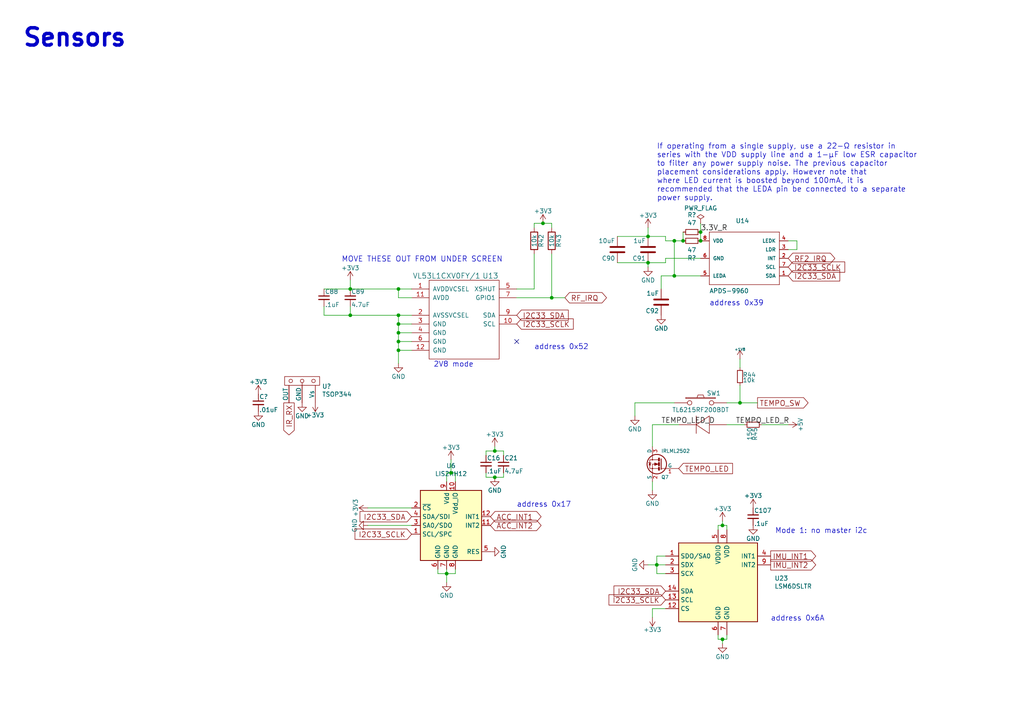
<source format=kicad_sch>
(kicad_sch (version 20230121) (generator eeschema)
  (paper "A4")
  (lib_symbols
    (symbol "DFTBoard-rescue:APDS-9960" (pin_names (offset 1.016))
      (property "Reference" "U" (at -2.54 10.16 0))
      (property "Value" "APDS-9960" (at -10.16 -10.16 0))
      (symbol "APDS-9960_1_0"
        (polyline (pts (xy -10.16 -7.62) (xy -10.16 7.62)))
        (polyline (pts (xy -10.16 7.62) (xy 10.16 7.62)))
        (polyline (pts (xy 10.16 -7.62) (xy -10.16 -7.62)))
        (polyline (pts (xy 10.16 7.62) (xy 10.16 -7.62)))
      )
      (symbol "APDS-9960_1_1"
        (pin bidirectional line (at 12.7 -5.08 180) (length 2.54) (name "SDA") (number "1"))
        (pin bidirectional line (at 12.7 0 180) (length 2.54) (name "INT") (number "2"))
        (pin bidirectional line (at 12.7 2.54 180) (length 2.54) (name "LDR") (number "3"))
        (pin bidirectional line (at 12.7 5.08 180) (length 2.54) (name "LEDK") (number "4"))
        (pin bidirectional line (at -12.7 -5.08 0) (length 2.54) (name "LEDA") (number "5"))
        (pin power_in line (at -12.7 0 0) (length 2.54) (name "GND") (number "6"))
        (pin input line (at 12.7 -2.54 180) (length 2.54) (name "SCL") (number "7"))
        (pin power_in line (at -12.7 5.08 0) (length 2.54) (name "VDD") (number "8"))
      )
    )
    (symbol "DFTBoard-rescue:IRLML2502-" (pin_names (offset 0))
      (property "Reference" "Q" (at 0 -3.7846 0))
      (property "Value" "IRLML2502-" (at 0 3.81 0))
      (symbol "IRLML2502-_0_1"
        (polyline (pts (xy 0.635 -1.016) (xy 0.635 -1.651)) (stroke (width 0.508)))
        (polyline (pts (xy 0.635 0.381) (xy 0.635 -0.381)) (stroke (width 0.508)))
        (polyline (pts (xy 0.635 1.651) (xy 0.635 1.016)) (stroke (width 0.508)))
        (polyline (pts (xy 3.048 0.381) (xy 2.921 0.254)))
        (polyline (pts (xy 3.048 0.381) (xy 3.556 0.381)))
        (polyline (pts (xy 3.556 0.381) (xy 3.683 0.508)))
        (polyline (pts (xy 0 1.524) (xy 0 -1.524) (xy 0 -1.524)) (stroke (width 0.254)))
        (polyline (pts (xy 0.762 -1.27) (xy 2.54 -1.27) (xy 2.54 -2.54) (xy 2.54 -2.54)))
        (polyline (pts (xy 0.762 1.27) (xy 2.54 1.27) (xy 2.54 2.54) (xy 2.54 2.54)))
        (polyline (pts (xy 2.54 1.27) (xy 3.302 1.27) (xy 3.302 -1.27) (xy 2.54 -1.27)))
        (polyline (pts (xy 3.302 0.381) (xy 3.048 -0.254) (xy 3.556 -0.254) (xy 3.302 0.381)) (fill (type outline)))
        (polyline (pts (xy 0.762 0) (xy 1.27 0) (xy 2.54 0) (xy 2.54 -1.27) (xy 2.54 -1.27)))
        (polyline (pts (xy 0.889 0) (xy 1.905 0.381) (xy 1.905 -0.381) (xy 0.889 0) (xy 1.016 0) (xy 1.016 0)) (fill (type outline)))
        (circle (center 1.27 0) (radius 2.8194) (stroke (width 0.254)))
        (circle (center 2.54 -1.27) (radius 0.127))
        (circle (center 2.54 1.27) (radius 0.127))
      )
      (symbol "IRLML2502-_1_1"
        (pin input line (at -5.08 -1.27 0) (length 5.08) (name "G") (number "1"))
        (pin passive line (at 2.54 -5.08 90) (length 2.54) (name "S") (number "2"))
        (pin passive line (at 2.54 5.08 270) (length 2.54) (name "D") (number "3"))
      )
    )
    (symbol "DFTBoard-rescue:LIS2HH12-Sensor_Motion"
      (property "Reference" "U" (at -5.08 11.43 0))
      (property "Value" "Sensor_Motion_LIS2HH12" (at 3.81 11.43 0))
      (symbol "LIS2HH12-Sensor_Motion_0_1"
        (rectangle (start -7.62 10.16) (end 10.16 -10.16) (stroke (width 0.254)) (fill (type background)))
      )
      (symbol "LIS2HH12-Sensor_Motion_1_1"
        (pin input line (at -10.16 -2.54 0) (length 2.54) (name "SCL/SPC") (number "1"))
        (pin power_in line (at 2.54 12.7 270) (length 2.54) (name "Vdd_IO") (number "10"))
        (pin output line (at 12.7 0 180) (length 2.54) (name "INT2") (number "11"))
        (pin output line (at 12.7 2.54 180) (length 2.54) (name "INT1") (number "12"))
        (pin input line (at -10.16 5.08 0) (length 2.54) (name "~{CS}") (number "2"))
        (pin bidirectional line (at -10.16 0 0) (length 2.54) (name "SA0/SDO") (number "3"))
        (pin bidirectional line (at -10.16 2.54 0) (length 2.54) (name "SDA/SDI") (number "4"))
        (pin passive line (at 12.7 -7.62 180) (length 2.54) (name "RES") (number "5"))
        (pin power_in line (at -2.54 -12.7 90) (length 2.54) (name "GND") (number "6"))
        (pin power_in line (at 0 -12.7 90) (length 2.54) (name "GND") (number "7"))
        (pin power_in line (at 2.54 -12.7 90) (length 2.54) (name "GND") (number "8"))
        (pin power_in line (at 0 12.7 270) (length 2.54) (name "Vdd") (number "9"))
      )
    )
    (symbol "DFTBoard-rescue:LSM6DS3-Sensor_Motion"
      (property "Reference" "U" (at -11.43 15.24 0))
      (property "Value" "Sensor_Motion_LSM6DS3" (at -11.43 12.7 0))
      (symbol "LSM6DS3-Sensor_Motion_0_1"
        (rectangle (start 11.43 11.43) (end -11.43 -11.43) (stroke (width 0.254)) (fill (type background)))
      )
      (symbol "LSM6DS3-Sensor_Motion_1_1"
        (pin bidirectional line (at -15.24 7.62 0) (length 3.81) (name "SDO/SA0") (number "1"))
        (pin no_connect line (at 10.16 -5.08 180) (length 3.81) hide (name "NC") (number "10"))
        (pin no_connect line (at 10.16 -2.54 180) (length 3.81) hide (name "NC") (number "11"))
        (pin input line (at -15.24 -7.62 0) (length 3.81) (name "CS") (number "12"))
        (pin input line (at -15.24 -5.08 0) (length 3.81) (name "SCL") (number "13"))
        (pin bidirectional line (at -15.24 -2.54 0) (length 3.81) (name "SDA") (number "14"))
        (pin bidirectional line (at -15.24 5.08 0) (length 3.81) (name "SDX") (number "2"))
        (pin input line (at -15.24 2.54 0) (length 3.81) (name "SCX") (number "3"))
        (pin output line (at 15.24 7.62 180) (length 3.81) (name "INT1") (number "4"))
        (pin power_in line (at 0 15.24 270) (length 3.81) (name "VDDIO") (number "5"))
        (pin power_in line (at 0 -15.24 90) (length 3.81) (name "GND") (number "6"))
        (pin power_in line (at 2.54 -15.24 90) (length 3.81) (name "GND") (number "7"))
        (pin power_in line (at 2.54 15.24 270) (length 3.81) (name "VDD") (number "8"))
        (pin output line (at 15.24 5.08 180) (length 3.81) (name "INT2") (number "9"))
      )
    )
    (symbol "DFTBoard-rescue:SW_IL-" (pin_numbers hide) (pin_names (offset 1.016) hide)
      (property "Reference" "SW" (at 3.81 2.794 0))
      (property "Value" "SW_IL-" (at 0 -2.032 0))
      (symbol "SW_IL-_0_1"
        (rectangle (start -4.318 1.27) (end 4.318 1.524))
        (polyline (pts (xy -1.27 -3.81) (xy -1.27 -8.89)))
        (polyline (pts (xy -1.016 1.524) (xy -0.762 2.286) (xy 0.762 2.286) (xy 1.016 1.524)))
        (polyline (pts (xy 2.54 -3.81) (xy 2.54 -8.89) (xy -1.27 -6.35) (xy 2.54 -3.81)))
        (pin passive inverted (at -7.62 0 0) (length 5.08) (name "~") (number "1"))
        (pin passive inverted (at 7.62 0 180) (length 5.08) (name "~") (number "2"))
        (pin passive line (at -6.35 -6.35 0) (length 5.08) (name "~") (number "3"))
      )
      (symbol "SW_IL-_1_1"
        (pin passive line (at 7.62 -6.35 180) (length 5.08) (name "~") (number "4"))
      )
    )
    (symbol "DFTBoard-rescue:VL53L0X" (pin_names (offset 1.016))
      (property "Reference" "U" (at 7.62 13.97 0))
      (property "Value" "VL53L0X" (at -5.08 13.97 0))
      (symbol "VL53L0X_0_1"
        (rectangle (start -10.16 12.7) (end 10.16 -10.16))
      )
      (symbol "VL53L0X_1_1"
        (pin input line (at -15.24 10.16 0) (length 5.08) (name "AVDDVCSEL") (number "1"))
        (pin input line (at 15.24 0 180) (length 5.08) (name "SCL") (number "10"))
        (pin input line (at -15.24 7.62 0) (length 5.08) (name "AVDD") (number "11"))
        (pin input line (at -15.24 -7.62 0) (length 5.08) (name "GND") (number "12"))
        (pin input line (at -15.24 2.54 0) (length 5.08) (name "AVSSVCSEL") (number "2"))
        (pin input line (at -15.24 0 0) (length 5.08) (name "GND") (number "3"))
        (pin input line (at -15.24 -2.54 0) (length 5.08) (name "GND") (number "4"))
        (pin input line (at 15.24 10.16 180) (length 5.08) (name "XSHUT") (number "5"))
        (pin input line (at -15.24 -5.08 0) (length 5.08) (name "GND") (number "6"))
        (pin input line (at 15.24 7.62 180) (length 5.08) (name "GPIO1") (number "7"))
        (pin input line (at 15.24 -5.08 180) (length 5.08) hide (name "DNC") (number "8"))
        (pin input line (at 15.24 2.54 180) (length 5.08) (name "SDA") (number "9"))
      )
    )
    (symbol "DFTCustom:TSOP344" (pin_numbers hide) (pin_names (offset 0))
      (property "Reference" "U?" (at 5.08 -2.54 0))
      (property "Value" "TSOP344" (at 0 2.794 0))
      (symbol "TSOP344_0_0"
        (circle (center -3.302 0) (radius 0.508))
        (circle (center 0 0) (radius 0.508))
        (circle (center 3.302 0) (radius 0.508))
      )
      (symbol "TSOP344_0_1"
        (polyline (pts (xy 0 -0.508) (xy 0 -1.27)))
        (rectangle (start 5.08 1.27) (end -5.08 -1.27))
      )
      (symbol "TSOP344_1_1"
        (pin output line (at -3.81 -6.35 90) (length 5.0038) (name "OUT") (number "1"))
        (pin power_in line (at 0 -6.35 90) (length 5.0038) (name "GND") (number "2"))
        (pin power_in line (at 3.81 -6.35 90) (length 5.0038) (name "Vs") (number "3"))
      )
    )
    (symbol "Device:C" (pin_numbers hide) (pin_names (offset 0.254))
      (property "Reference" "C" (at 0.635 2.54 0))
      (property "Value" "C" (at 0.635 -2.54 0))
      (symbol "C_0_1"
        (polyline (pts (xy -2.032 -0.762) (xy 2.032 -0.762)) (stroke (width 0.508)))
        (polyline (pts (xy -2.032 0.762) (xy 2.032 0.762)) (stroke (width 0.508)))
      )
      (symbol "C_1_1"
        (pin passive line (at 0 3.81 270) (length 2.794) (name "~") (number "1"))
        (pin passive line (at 0 -3.81 90) (length 2.794) (name "~") (number "2"))
      )
    )
    (symbol "Device:C_Small" (pin_numbers hide) (pin_names (offset 0.254) hide)
      (property "Reference" "C" (at 0.254 1.778 0))
      (property "Value" "C_Small" (at 0.254 -2.032 0))
      (symbol "C_Small_0_1"
        (polyline (pts (xy -1.524 -0.508) (xy 1.524 -0.508)) (stroke (width 0.3302)))
        (polyline (pts (xy -1.524 0.508) (xy 1.524 0.508)) (stroke (width 0.3048)))
      )
      (symbol "C_Small_1_1"
        (pin passive line (at 0 2.54 270) (length 2.032) (name "~") (number "1"))
        (pin passive line (at 0 -2.54 90) (length 2.032) (name "~") (number "2"))
      )
    )
    (symbol "Device:R" (pin_numbers hide) (pin_names (offset 0))
      (property "Reference" "R" (at 2.032 0 90))
      (property "Value" "R" (at 0 0 90))
      (symbol "R_0_1"
        (rectangle (start -1.016 -2.54) (end 1.016 2.54) (stroke (width 0.254)))
      )
      (symbol "R_1_1"
        (pin passive line (at 0 3.81 270) (length 1.27) (name "~") (number "1"))
        (pin passive line (at 0 -3.81 90) (length 1.27) (name "~") (number "2"))
      )
    )
    (symbol "Device:R_Small" (pin_numbers hide) (pin_names (offset 0.254) hide)
      (property "Reference" "R" (at 0.762 0.508 0))
      (property "Value" "R_Small" (at 0.762 -1.016 0))
      (symbol "R_Small_0_1"
        (rectangle (start -0.762 1.778) (end 0.762 -1.778) (stroke (width 0.2032)))
      )
      (symbol "R_Small_1_1"
        (pin passive line (at 0 2.54 270) (length 0.762) (name "~") (number "1"))
        (pin passive line (at 0 -2.54 90) (length 0.762) (name "~") (number "2"))
      )
    )
    (symbol "power:+1V8" (power) (pin_names (offset 0))
      (property "Value" "+1V8" (at 0 3.556 0))
      (symbol "+1V8_0_1"
        (polyline (pts (xy -0.762 1.27) (xy 0 2.54)))
        (polyline (pts (xy 0 0) (xy 0 2.54)))
        (polyline (pts (xy 0 2.54) (xy 0.762 1.27)))
      )
      (symbol "+1V8_1_1"
        (pin power_in line (at 0 0 90) (length 0) hide (name "+1V8") (number "1"))
      )
    )
    (symbol "power:+3V3" (power) (pin_names (offset 0))
      (property "Value" "+3V3" (at 0 3.556 0))
      (symbol "+3V3_0_1"
        (polyline (pts (xy -0.762 1.27) (xy 0 2.54)))
        (polyline (pts (xy 0 0) (xy 0 2.54)))
        (polyline (pts (xy 0 2.54) (xy 0.762 1.27)))
      )
      (symbol "+3V3_1_1"
        (pin power_in line (at 0 0 90) (length 0) hide (name "+3V3") (number "1"))
      )
    )
    (symbol "power:+5V" (power) (pin_names (offset 0))
      (property "Value" "+5V" (at 0 3.556 0))
      (symbol "+5V_0_1"
        (polyline (pts (xy -0.762 1.27) (xy 0 2.54)))
        (polyline (pts (xy 0 0) (xy 0 2.54)))
        (polyline (pts (xy 0 2.54) (xy 0.762 1.27)))
      )
      (symbol "+5V_1_1"
        (pin power_in line (at 0 0 90) (length 0) hide (name "+5V") (number "1"))
      )
    )
    (symbol "power:GND" (power) (pin_names (offset 0))
      (property "Value" "GND" (at 0 -3.81 0))
      (symbol "GND_0_1"
        (polyline (pts (xy 0 0) (xy 0 -1.27) (xy 1.27 -1.27) (xy 0 -2.54) (xy -1.27 -1.27) (xy 0 -1.27)))
      )
      (symbol "GND_1_1"
        (pin power_in line (at 0 0 270) (length 0) hide (name "GND") (number "1"))
      )
    )
    (symbol "power:PWR_FLAG" (power) (pin_numbers hide) (pin_names (offset 0) hide)
      (property "Value" "PWR_FLAG" (at 0 3.81 0))
      (symbol "PWR_FLAG_0_0"
        (pin power_out line (at 0 0 90) (length 0) (name "pwr") (number "1"))
      )
      (symbol "PWR_FLAG_0_1"
        (polyline (pts (xy 0 0) (xy 0 1.27) (xy -1.016 1.905) (xy 0 2.54) (xy 1.016 1.905) (xy 0 1.27)))
      )
    )
  )
  (junction (at 209.55 185.42))
  (junction (at 195.58 80.01))
  (junction (at 101.6 83.82))
  (junction (at 203.2 67.31))
  (junction (at 214.63 116.84))
  (junction (at 115.57 93.98))
  (junction (at 130.81 137.16))
  (junction (at 157.48 64.77))
  (junction (at 187.96 68.58))
  (junction (at 143.51 130.81))
  (junction (at 195.58 69.85))
  (junction (at 115.57 83.82))
  (junction (at 101.6 91.44))
  (junction (at 198.12 69.85))
  (junction (at 160.02 86.36))
  (junction (at 115.57 101.6))
  (junction (at 115.57 91.44))
  (junction (at 209.55 152.4))
  (junction (at 187.96 76.2))
  (junction (at 115.57 99.06))
  (junction (at 129.54 166.37))
  (junction (at 203.2 69.85))
  (junction (at 115.57 96.52))
  (junction (at 190.5 163.83))
  (junction (at 143.51 138.43))
  (no_connect (at 149.86 99.06))
  (wire (pts (xy 209.55 185.42) (xy 209.55 186.69)))
  (wire (pts (xy 160.02 86.36) (xy 163.83 86.36)))
  (wire (pts (xy 127 165.1) (xy 127 166.37)))
  (wire (pts (xy 193.04 161.29) (xy 190.5 161.29)))
  (wire (pts (xy 210.82 152.4) (xy 210.82 153.67)))
  (wire (pts (xy 101.6 81.28) (xy 101.6 83.82)))
  (wire (pts (xy 184.15 116.84) (xy 184.15 120.65)))
  (wire (pts (xy 115.57 93.98) (xy 115.57 96.52)))
  (wire (pts (xy 195.58 69.85) (xy 195.58 80.01)))
  (wire (pts (xy 115.57 91.44) (xy 119.38 91.44)))
  (wire (pts (xy 195.58 80.01) (xy 191.77 80.01)))
  (wire (pts (xy 93.98 91.44) (xy 101.6 91.44)))
  (wire (pts (xy 214.63 111.76) (xy 214.63 116.84)))
  (wire (pts (xy 193.04 68.58) (xy 193.04 69.85)))
  (wire (pts (xy 129.54 139.7) (xy 129.54 137.16)))
  (wire (pts (xy 193.04 176.53) (xy 189.23 176.53)))
  (wire (pts (xy 149.86 86.36) (xy 160.02 86.36)))
  (wire (pts (xy 115.57 86.36) (xy 115.57 83.82)))
  (wire (pts (xy 143.51 130.81) (xy 146.05 130.81)))
  (wire (pts (xy 195.58 116.84) (xy 184.15 116.84)))
  (wire (pts (xy 214.63 116.84) (xy 219.71 116.84)))
  (wire (pts (xy 190.5 163.83) (xy 187.96 163.83)))
  (wire (pts (xy 143.51 129.54) (xy 143.51 130.81)))
  (wire (pts (xy 146.05 138.43) (xy 143.51 138.43)))
  (wire (pts (xy 130.81 137.16) (xy 132.08 137.16)))
  (wire (pts (xy 119.38 96.52) (xy 115.57 96.52)))
  (wire (pts (xy 190.5 163.83) (xy 190.5 166.37)))
  (wire (pts (xy 193.04 163.83) (xy 190.5 163.83)))
  (wire (pts (xy 198.12 67.31) (xy 198.12 69.85)))
  (wire (pts (xy 146.05 137.16) (xy 146.05 138.43)))
  (wire (pts (xy 101.6 91.44) (xy 115.57 91.44)))
  (wire (pts (xy 208.28 184.15) (xy 208.28 185.42)))
  (wire (pts (xy 193.04 74.93) (xy 203.2 74.93)))
  (wire (pts (xy 191.77 80.01) (xy 191.77 83.82)))
  (wire (pts (xy 93.98 83.82) (xy 101.6 83.82)))
  (wire (pts (xy 160.02 64.77) (xy 160.02 66.04)))
  (wire (pts (xy 195.58 69.85) (xy 198.12 69.85)))
  (wire (pts (xy 119.38 152.4) (xy 106.68 152.4)))
  (wire (pts (xy 179.07 68.58) (xy 187.96 68.58)))
  (wire (pts (xy 154.94 83.82) (xy 149.86 83.82)))
  (wire (pts (xy 101.6 91.44) (xy 101.6 88.9)))
  (wire (pts (xy 189.23 139.7) (xy 189.23 142.24)))
  (wire (pts (xy 115.57 83.82) (xy 119.38 83.82)))
  (wire (pts (xy 208.28 185.42) (xy 209.55 185.42)))
  (wire (pts (xy 127 166.37) (xy 129.54 166.37)))
  (wire (pts (xy 231.14 69.85) (xy 228.6 69.85)))
  (wire (pts (xy 195.58 80.01) (xy 203.2 80.01)))
  (wire (pts (xy 187.96 68.58) (xy 193.04 68.58)))
  (wire (pts (xy 203.2 67.31) (xy 203.2 69.85)))
  (wire (pts (xy 132.08 137.16) (xy 132.08 139.7)))
  (wire (pts (xy 140.97 130.81) (xy 140.97 132.08)))
  (wire (pts (xy 106.68 147.32) (xy 119.38 147.32)))
  (wire (pts (xy 115.57 101.6) (xy 115.57 105.41)))
  (wire (pts (xy 140.97 130.81) (xy 143.51 130.81)))
  (wire (pts (xy 115.57 99.06) (xy 115.57 101.6)))
  (wire (pts (xy 193.04 76.2) (xy 193.04 74.93)))
  (wire (pts (xy 154.94 83.82) (xy 154.94 73.66)))
  (wire (pts (xy 129.54 168.91) (xy 129.54 166.37)))
  (wire (pts (xy 231.14 72.39) (xy 231.14 69.85)))
  (wire (pts (xy 129.54 166.37) (xy 132.08 166.37)))
  (wire (pts (xy 189.23 176.53) (xy 189.23 179.07)))
  (wire (pts (xy 189.23 123.19) (xy 189.23 129.54)))
  (wire (pts (xy 119.38 99.06) (xy 115.57 99.06)))
  (wire (pts (xy 130.81 133.35) (xy 130.81 137.16)))
  (wire (pts (xy 193.04 69.85) (xy 195.58 69.85)))
  (wire (pts (xy 101.6 83.82) (xy 115.57 83.82)))
  (wire (pts (xy 143.51 138.43) (xy 140.97 138.43)))
  (wire (pts (xy 187.96 66.04) (xy 187.96 68.58)))
  (wire (pts (xy 115.57 96.52) (xy 115.57 99.06)))
  (wire (pts (xy 93.98 91.44) (xy 93.98 88.9)))
  (wire (pts (xy 140.97 138.43) (xy 140.97 137.16)))
  (wire (pts (xy 208.28 152.4) (xy 209.55 152.4)))
  (wire (pts (xy 157.48 64.77) (xy 160.02 64.77)))
  (wire (pts (xy 210.82 184.15) (xy 210.82 185.42)))
  (wire (pts (xy 228.6 72.39) (xy 231.14 72.39)))
  (wire (pts (xy 209.55 152.4) (xy 210.82 152.4)))
  (wire (pts (xy 129.54 165.1) (xy 129.54 166.37)))
  (wire (pts (xy 132.08 166.37) (xy 132.08 165.1)))
  (wire (pts (xy 210.82 185.42) (xy 209.55 185.42)))
  (wire (pts (xy 210.82 123.19) (xy 215.9 123.19)))
  (wire (pts (xy 179.07 76.2) (xy 187.96 76.2)))
  (wire (pts (xy 129.54 137.16) (xy 130.81 137.16)))
  (wire (pts (xy 154.94 64.77) (xy 157.48 64.77)))
  (wire (pts (xy 119.38 86.36) (xy 115.57 86.36)))
  (wire (pts (xy 209.55 151.13) (xy 209.55 152.4)))
  (wire (pts (xy 146.05 130.81) (xy 146.05 132.08)))
  (wire (pts (xy 154.94 66.04) (xy 154.94 64.77)))
  (wire (pts (xy 190.5 161.29) (xy 190.5 163.83)))
  (wire (pts (xy 187.96 76.2) (xy 187.96 77.47)))
  (wire (pts (xy 214.63 106.68) (xy 214.63 104.14)))
  (wire (pts (xy 160.02 86.36) (xy 160.02 73.66)))
  (wire (pts (xy 203.2 64.77) (xy 203.2 67.31)))
  (wire (pts (xy 208.28 153.67) (xy 208.28 152.4)))
  (wire (pts (xy 187.96 76.2) (xy 193.04 76.2)))
  (wire (pts (xy 115.57 91.44) (xy 115.57 93.98)))
  (wire (pts (xy 119.38 93.98) (xy 115.57 93.98)))
  (wire (pts (xy 220.98 123.19) (xy 228.6 123.19)))
  (wire (pts (xy 196.85 123.19) (xy 189.23 123.19)))
  (wire (pts (xy 119.38 101.6) (xy 115.57 101.6)))
  (wire (pts (xy 210.82 116.84) (xy 214.63 116.84)))
  (wire (pts (xy 193.04 166.37) (xy 190.5 166.37)))
  (text "2V8 mode" (at 125.73 106.68 0) (effects (font (size 1.524 1.524)) (justify left bottom)))
  (text "address 0x52" (at 154.94 101.6 0) (effects (font (size 1.524 1.524)) (justify left bottom)))
  (text "MOVE THESE OUT FROM UNDER SCREEN" (at 99.06 76.2 0) (effects (font (size 1.5494 1.5494)) (justify left bottom)))
  (text "address 0x6A" (at 223.52 180.34 0) (effects (font (size 1.524 1.524)) (justify left bottom)))
  (text "Mode 1: no master i2c" (at 224.79 154.94 0) (effects (font (size 1.524 1.524)) (justify left bottom)))
  (text "address 0x17" (at 149.86 147.32 0) (effects (font (size 1.524 1.524)) (justify left bottom)))
  (text "address 0x39" (at 205.74 88.9 0) (effects (font (size 1.524 1.524)) (justify left bottom)))
  (text "Sensors" (at 6.35 13.97 0) (effects (font (size 5.0038 5.0038) (thickness 1.0008) bold) (justify left bottom)))
  (text "If operating from a single supply, use a 22-Ω resistor in\nseries with the VDD supply line and a 1-μF low ESR capacitor \nto filter any power supply noise. The previous capacitor \nplacement considerations apply. However note that\nwhere LED current is boosted beyond 100mA, it is \nrecommended that the LEDA pin be connected to a separate\npower supply. " (at 190.5 58.42 0) (effects (font (size 1.5494 1.5494)) (justify left bottom)))
  (label "TEMPO_LED_R" (at 213.36 123.19 0) (effects (font (size 1.524 1.524))))
  (label "3.3V_R" (at 203.2 67.31 0) (effects (font (size 1.524 1.524))))
  (label "TEMPO_LED_D" (at 191.77 123.19 0) (effects (font (size 1.524 1.524))))
  (global_label "I2C33_SDA" (shape input) (at 193.04 171.45 180) (effects (font (size 1.524 1.524))) (property "Intersheetrefs" "${INTERSHEET_REFS}" (effects hide)))
  (global_label "IMU_INT2" (shape output) (at 223.52 163.83 0) (effects (font (size 1.524 1.524))) (property "Intersheetrefs" "${INTERSHEET_REFS}" (effects hide)))
  (global_label "IR_RX" (shape output) (at 83.82 116.84 270) (effects (font (size 1.524 1.524))) (property "Intersheetrefs" "${INTERSHEET_REFS}" (effects hide)))
  (global_label "I2C33_SCLK" (shape input) (at 193.04 173.99 180) (effects (font (size 1.524 1.524))) (property "Intersheetrefs" "${INTERSHEET_REFS}" (effects hide)))
  (global_label "RF_IRQ" (shape bidirectional) (at 163.83 86.36 0) (effects (font (size 1.524 1.524))) (property "Intersheetrefs" "${INTERSHEET_REFS}" (effects hide)))
  (global_label "ACC_INT1" (shape bidirectional) (at 142.24 149.86 0) (effects (font (size 1.524 1.524))) (property "Intersheetrefs" "${INTERSHEET_REFS}" (effects hide)))
  (global_label "I2C33_SDA" (shape input) (at 149.86 91.44 0) (effects (font (size 1.524 1.524))) (property "Intersheetrefs" "${INTERSHEET_REFS}" (effects hide)))
  (global_label "IMU_INT1" (shape output) (at 223.52 161.29 0) (effects (font (size 1.524 1.524))) (property "Intersheetrefs" "${INTERSHEET_REFS}" (effects hide)))
  (global_label "I2C33_SCLK" (shape input) (at 149.86 93.98 0) (effects (font (size 1.524 1.524))) (property "Intersheetrefs" "${INTERSHEET_REFS}" (effects hide)))
  (global_label "I2C33_SDA" (shape input) (at 228.6 80.01 0) (effects (font (size 1.524 1.524))) (property "Intersheetrefs" "${INTERSHEET_REFS}" (effects hide)))
  (global_label "ACC_INT2" (shape bidirectional) (at 142.24 152.4 0) (effects (font (size 1.524 1.524))) (property "Intersheetrefs" "${INTERSHEET_REFS}" (effects hide)))
  (global_label "TEMPO_SW" (shape output) (at 219.71 116.84 0) (effects (font (size 1.524 1.524))) (property "Intersheetrefs" "${INTERSHEET_REFS}" (effects hide)))
  (global_label "I2C33_SCLK" (shape input) (at 119.38 154.94 180) (effects (font (size 1.524 1.524))) (property "Intersheetrefs" "${INTERSHEET_REFS}" (effects hide)))
  (global_label "TEMPO_LED" (shape input) (at 196.85 135.89 0) (effects (font (size 1.524 1.524))) (property "Intersheetrefs" "${INTERSHEET_REFS}" (effects hide)))
  (global_label "RF2_IRQ" (shape bidirectional) (at 228.6 74.93 0) (effects (font (size 1.524 1.524))) (property "Intersheetrefs" "${INTERSHEET_REFS}" (effects hide)))
  (global_label "I2C33_SDA" (shape input) (at 119.38 149.86 180) (effects (font (size 1.524 1.524))) (property "Intersheetrefs" "${INTERSHEET_REFS}" (effects hide)))
  (global_label "I2C33_SCLK" (shape input) (at 228.6 77.47 0) (effects (font (size 1.524 1.524))) (property "Intersheetrefs" "${INTERSHEET_REFS}" (effects hide)))
  (symbol (lib_id "DFTBoard-rescue:VL53L0X") (at 134.62 93.98 0) (unit 1)
    (property "Reference" "U13" (at 142.24 80.01 0) (effects (font (size 1.524 1.524))))
    (property "Value" "VL53L1CXV0FY/1" (at 129.54 80.01 0) (effects (font (size 1.524 1.524))))
    (property "Footprint" "DFTcustom:Optical_LGA12" (effects hide))
    (property "MFR" "STMicroelectronics" (effects hide))
    (property "MPN" "VL53L1CXV0FY/1" (effects hide))
    (property "SPR" "Digikey" (effects hide))
    (property "SPN" "497-17764-2-ND" (effects hide))
  )
  (symbol (lib_id "Device:C_Small") (at 101.6 86.36 0) (unit 1)
    (property "Reference" "C89" (at 101.854 84.582 0) (effects (justify left)))
    (property "Value" "4.7uF" (at 101.854 88.392 0) (effects (justify left)))
    (property "Footprint" "Capacitor_SMD:C_0402_1005Metric" (effects hide))
    (property "MFR" "Murata" (effects hide))
    (property "MPN" "GRM155R60G475ME47D" (effects hide))
    (property "SPR" "Digikey" (effects hide))
    (property "SPN" "490-11980-1-ND" (effects hide))
  )
  (symbol (lib_id "Device:C_Small") (at 93.98 86.36 0) (unit 1)
    (property "Reference" "C88" (at 94.234 84.582 0) (effects (justify left)))
    (property "Value" ".1uF" (at 94.234 88.392 0) (effects (justify left)))
    (property "Footprint" "Capacitor_SMD:C_0402_1005Metric" (effects hide))
    (property "MFR" "Yageo" (effects hide))
    (property "MPN" "CC0402KRX7R6BB104" (effects hide))
    (property "SPR" "Digikey" (effects hide))
    (property "SPN" "311-1345-1-ND" (effects hide))
  )
  (symbol (lib_id "Device:R") (at 154.94 69.85 0) (unit 1)
    (property "Reference" "R42" (at 156.972 69.85 90))
    (property "Value" "10k" (at 154.94 69.85 90))
    (property "Footprint" "Resistor_SMD:R_0402_1005Metric" (effects hide))
    (property "MFR" "Yageo" (effects hide))
    (property "MPN" "RC0402FR-0710KL" (effects hide))
    (property "SPR" "Digikey" (effects hide))
    (property "SPN" "311-10.0KLRTR-ND" (effects hide))
  )
  (symbol (lib_id "Device:R") (at 160.02 69.85 0) (unit 1)
    (property "Reference" "R43" (at 162.052 69.85 90))
    (property "Value" "10k" (at 160.02 69.85 90))
    (property "Footprint" "Resistor_SMD:R_0402_1005Metric" (effects hide))
    (property "MFR" "Yageo" (effects hide))
    (property "MPN" "RC0402FR-0710KL" (effects hide))
    (property "SPR" "Digikey" (effects hide))
    (property "SPN" "311-10.0KLRTR-ND" (effects hide))
  )
  (symbol (lib_id "power:+3V3") (at 101.6 81.28 0) (unit 1)
    (property "Reference" "#PWR0139" (effects hide))
    (property "Value" "+3.3V" (at 101.6 77.724 0))
  )
  (symbol (lib_id "power:GND") (at 115.57 105.41 0) (unit 1)
    (property "Reference" "#PWR0140" (effects hide))
    (property "Value" "GND" (at 115.57 109.22 0))
  )
  (symbol (lib_id "DFTBoard-rescue:APDS-9960") (at 215.9 74.93 0) (unit 1)
    (property "Reference" "U14" (at 213.36 64.77 0) (effects (justify left bottom)))
    (property "Value" "APDS-9960" (at 205.74 85.09 0) (effects (justify left bottom)))
    (property "Footprint" "DFTcustom:APDS_9960" (effects hide))
    (property "MFR" "Broadcom Limited" (effects hide))
    (property "MPN" "APDS-9960" (effects hide))
    (property "SPR" "Digikey" (effects hide))
    (property "SPN" "516-3480-1-ND" (effects hide))
    (property "SPURL" "-" (effects hide))
  )
  (symbol (lib_id "Device:C") (at 187.96 72.39 180) (unit 1)
    (property "Reference" "C91" (at 187.325 74.93 0) (effects (justify left)))
    (property "Value" "1uF" (at 187.325 69.85 0) (effects (justify left)))
    (property "Footprint" "Capacitor_SMD:C_0402_1005Metric" (effects hide))
    (property "MFR" "Yageo" (effects hide))
    (property "MPN" "CC0402KRX5R6BB105" (effects hide))
    (property "SPR" "Digikey" (effects hide))
    (property "SPN" "311-1439-1-ND" (effects hide))
  )
  (symbol (lib_id "Device:C") (at 191.77 87.63 180) (unit 1)
    (property "Reference" "C92" (at 191.135 90.17 0) (effects (justify left)))
    (property "Value" "1uF" (at 191.135 85.09 0) (effects (justify left)))
    (property "Footprint" "Capacitor_SMD:C_0402_1005Metric" (effects hide))
    (property "MFR" "Yageo" (effects hide))
    (property "MPN" "CC0402KRX5R6BB105" (effects hide))
    (property "SPR" "Digikey" (effects hide))
    (property "SPN" "311-1439-1-ND" (effects hide))
  )
  (symbol (lib_id "power:GND") (at 191.77 91.44 0) (unit 1)
    (property "Reference" "#PWR0146" (effects hide))
    (property "Value" "GND" (at 191.77 95.25 0))
  )
  (symbol (lib_id "power:+3V3") (at 187.96 66.04 0) (unit 1)
    (property "Reference" "#PWR0143" (effects hide))
    (property "Value" "+3.3V" (at 187.96 62.484 0))
  )
  (symbol (lib_id "power:GND") (at 187.96 77.47 0) (unit 1)
    (property "Reference" "#PWR0144" (effects hide))
    (property "Value" "GND" (at 187.96 81.28 0))
  )
  (symbol (lib_id "Device:C") (at 179.07 72.39 180) (unit 1)
    (property "Reference" "C90" (at 178.435 74.93 0) (effects (justify left)))
    (property "Value" "10uF" (at 178.435 69.85 0) (effects (justify left)))
    (property "Footprint" "Capacitor_SMD:C_0603_1608Metric" (effects hide))
    (property "MFR" "Murata" (effects hide))
    (property "MPN" "GRM188R61A106KE69J" (effects hide))
    (property "SPR" "Digikey" (effects hide))
    (property "SPN" "490-14372-1-ND" (effects hide))
  )
  (symbol (lib_id "DFTBoard-rescue:SW_IL-") (at 203.2 116.84 0) (unit 1)
    (property "Reference" "SW1" (at 207.01 114.046 0))
    (property "Value" "TL6215RF200BDT" (at 203.2 118.872 0))
    (property "Footprint" "DFTcustom:tl6215_right_angle" (effects hide))
    (property "MFR" "E-Switch Inc" (effects hide))
    (property "MPN" "TL6215RF200BDT" (effects hide))
    (property "SPR" "Digikey" (effects hide))
    (property "SPN" "EG5162-ND " (effects hide))
  )
  (symbol (lib_id "power:GND") (at 184.15 120.65 0) (unit 1)
    (property "Reference" "#PWR0142" (effects hide))
    (property "Value" "GND" (at 184.15 124.46 0))
  )
  (symbol (lib_id "DFTBoard-rescue:IRLML2502-") (at 191.77 134.62 0) (mirror y) (unit 1)
    (property "Reference" "Q7" (at 191.77 138.4046 0) (effects (font (size 1.016 1.016)) (justify right)))
    (property "Value" "IRLML2502" (at 191.77 130.81 0) (effects (font (size 1.016 1.016)) (justify right)))
    (property "Footprint" "Package_TO_SOT_SMD:SOT-23" (effects hide))
    (property "MFR" "Infineon Technologies AG" (effects hide))
    (property "MPN" "IRLML2502TRPBF" (effects hide))
    (property "SPR" "Digikey" (effects hide))
    (property "SPN" "IRLML2502PBFCT-ND" (effects hide))
  )
  (symbol (lib_id "power:GND") (at 189.23 142.24 0) (unit 1)
    (property "Reference" "#PWR0145" (effects hide))
    (property "Value" "GND" (at 189.23 146.05 0))
  )
  (symbol (lib_id "power:+5V") (at 228.6 123.19 270) (unit 1)
    (property "Reference" "#PWR0148" (effects hide))
    (property "Value" "+5V" (at 232.156 123.19 0))
  )
  (symbol (lib_id "Device:R_Small") (at 218.44 123.19 270) (unit 1)
    (property "Reference" "R45" (at 218.948 123.952 0) (effects (justify left)))
    (property "Value" "150" (at 217.424 123.952 0) (effects (justify left)))
    (property "Footprint" "Resistor_SMD:R_0402_1005Metric" (effects hide))
    (property "MFR" "Yageo" (effects hide))
    (property "MPN" "RC0402FR-07150RL" (effects hide))
    (property "SPR" "Digikey" (effects hide))
    (property "SPN" "311-150LRTR-ND" (effects hide))
  )
  (symbol (lib_id "power:+1V8") (at 214.63 104.14 0) (unit 1)
    (property "Reference" "#PWR0147" (effects hide))
    (property "Value" "+1.8V" (at 214.63 101.346 0) (effects (font (size 0.762 0.762))))
  )
  (symbol (lib_id "Device:R_Small") (at 214.63 109.22 0) (unit 1)
    (property "Reference" "R44" (at 215.392 108.712 0) (effects (justify left)))
    (property "Value" "10k" (at 215.392 110.236 0) (effects (justify left)))
    (property "Footprint" "Resistor_SMD:R_0402_1005Metric" (effects hide))
    (property "MFR" "Yageo" (effects hide))
    (property "MPN" "RC0402FR-0710KL" (effects hide))
    (property "SPR" "Digikey" (effects hide))
    (property "SPN" "311-10.0KLRTR-ND" (effects hide))
  )
  (symbol (lib_id "DFTBoard-rescue:LIS2HH12-Sensor_Motion") (at 129.54 152.4 0) (unit 1)
    (property "Reference" "U6" (at 130.81 135.1026 0))
    (property "Value" "LIS2HH12" (at 130.81 137.414 0))
    (property "Footprint" "Package_LGA:LGA-12_2x2mm_P0.5mm" (effects hide))
    (property "Datasheet" "www.st.com/resource/en/datasheet/lis2hh12.pdf" (effects hide))
    (property "MFR" "STMicroelectronics" (effects hide))
    (property "MPN" "LIS2HH12TR" (effects hide))
    (property "SPR" "Digikey" (effects hide))
    (property "SPN" "497-15069-1-ND" (effects hide))
    (property "SPURL" "-" (effects hide))
  )
  (symbol (lib_id "power:GND") (at 129.54 168.91 0) (unit 1)
    (property "Reference" "#PWR0184" (effects hide))
    (property "Value" "GND" (at 129.54 172.72 0))
  )
  (symbol (lib_id "power:+3V3") (at 130.81 133.35 0) (unit 1)
    (property "Reference" "#PWR0185" (effects hide))
    (property "Value" "+3.3V" (at 130.81 129.794 0))
  )
  (symbol (lib_id "power:+3V3") (at 106.68 147.32 90) (unit 1)
    (property "Reference" "#PWR0186" (effects hide))
    (property "Value" "+3.3V" (at 103.124 147.32 0))
  )
  (symbol (lib_id "power:GND") (at 142.24 160.02 90) (unit 1)
    (property "Reference" "#PWR0187" (effects hide))
    (property "Value" "GND" (at 146.05 160.02 0))
  )
  (symbol (lib_id "power:GND") (at 106.68 152.4 270) (unit 1)
    (property "Reference" "#PWR0207" (effects hide))
    (property "Value" "GND" (at 102.87 152.4 0))
  )
  (symbol (lib_id "Device:R_Small") (at 200.66 67.31 270) (unit 1)
    (property "Reference" "R?" (at 200.66 62.3316 90))
    (property "Value" "47" (at 200.66 64.643 90))
    (property "Footprint" "Resistor_SMD:R_0402_1005Metric" (effects hide))
    (property "MFR" "Yageo" (effects hide))
    (property "MPN" "RC0402JR-0747RL" (effects hide))
    (property "SPR" "Digikey" (effects hide))
    (property "SPN" "311-47JRTR-ND" (effects hide))
    (property "SPURL" "-" (effects hide))
    (instances (project "DFTBoard" (path "" (reference "R?") (unit 1)) (path "" (reference "R?") (unit 1)) (path "" (reference "R84") (unit 1))))
  )
  (symbol (lib_id "Device:R_Small") (at 200.66 69.85 90) (unit 1)
    (property "Reference" "R?" (at 200.66 74.8284 90))
    (property "Value" "47" (at 200.66 72.517 90))
    (property "Footprint" "Resistor_SMD:R_0402_1005Metric" (effects hide))
    (property "MFR" "Yageo" (effects hide))
    (property "MPN" "RC0402JR-0747RL" (effects hide))
    (property "SPR" "Digikey" (effects hide))
    (property "SPN" "311-47JRTR-ND" (effects hide))
    (property "SPURL" "-" (effects hide))
    (instances (project "DFTBoard" (path "" (reference "R?") (unit 1)) (path "" (reference "R?") (unit 1)) (path "" (reference "R87") (unit 1))))
  )
  (symbol (lib_id "DFTBoard-rescue:LSM6DS3-Sensor_Motion") (at 208.28 168.91 0) (unit 1)
    (property "Reference" "U23" (at 224.6376 167.7416 0) (effects (justify left)))
    (property "Value" "LSM6DSLTR" (at 224.6376 170.053 0) (effects (justify left)))
    (property "Footprint" "Package_LGA:LGA-14_3x2.5mm_P0.5mm_LayoutBorder3x4y" (effects hide))
    (property "Datasheet" "www.st.com/resource/en/datasheet/lsm6ds3.pdf" (effects hide))
    (property "MFR" "STMicroelectronics" (effects hide))
    (property "MPN" "LSM6DSLTR" (effects hide))
    (property "SPR" "Digikey" (effects hide))
    (property "SPN" "497-16705-6-ND" (effects hide))
    (property "SPURL" "-" (effects hide))
  )
  (symbol (lib_id "power:+3V3") (at 209.55 151.13 0) (unit 1)
    (property "Reference" "#PWR0346" (effects hide))
    (property "Value" "+3.3V" (at 209.55 147.574 0))
  )
  (symbol (lib_id "power:GND") (at 187.96 163.83 270) (unit 1)
    (property "Reference" "#PWR0347" (effects hide))
    (property "Value" "GND" (at 184.15 163.83 0))
  )
  (symbol (lib_id "power:GND") (at 209.55 186.69 0) (unit 1)
    (property "Reference" "#PWR0348" (effects hide))
    (property "Value" "GND" (at 209.55 190.5 0))
  )
  (symbol (lib_id "Device:C_Small") (at 218.44 149.86 0) (unit 1)
    (property "Reference" "C107" (at 218.694 148.082 0) (effects (justify left)))
    (property "Value" ".1uF" (at 218.694 151.892 0) (effects (justify left)))
    (property "Footprint" "Capacitor_SMD:C_0402_1005Metric" (effects hide))
    (property "MFR" "Yageo" (effects hide))
    (property "MPN" "CC0402KRX7R6BB104" (effects hide))
    (property "SPR" "Digikey" (effects hide))
    (property "SPN" "311-1345-1-ND" (effects hide))
  )
  (symbol (lib_id "power:+3V3") (at 218.44 147.32 0) (unit 1)
    (property "Reference" "#PWR0349" (effects hide))
    (property "Value" "+3.3V" (at 218.44 143.764 0))
  )
  (symbol (lib_id "power:GND") (at 218.44 152.4 0) (unit 1)
    (property "Reference" "#PWR0350" (effects hide))
    (property "Value" "GND" (at 218.44 156.21 0))
  )
  (symbol (lib_id "power:+3V3") (at 189.23 179.07 180) (unit 1)
    (property "Reference" "#PWR0351" (effects hide))
    (property "Value" "+3.3V" (at 189.23 182.626 0))
  )
  (symbol (lib_id "power:PWR_FLAG") (at 203.2 64.77 0) (unit 1)
    (property "Reference" "#FLG0103" (effects hide))
    (property "Value" "PWR_FLAG" (at 203.2 60.3758 0))
  )
  (symbol (lib_id "DFTCustom:TSOP344") (at 87.63 110.49 0) (unit 1)
    (property "Reference" "U?" (at 93.4212 112.0648 0) (effects (justify left)))
    (property "Value" "TSOP344" (at 93.4212 114.3762 0) (effects (justify left)))
    (property "Footprint" "DFTcustom:JUMPER_3PIN" (effects hide))
    (property "MFR" "Vishay Semiconductor" (effects hide))
    (property "MPN" "TSOP34438" (effects hide))
    (property "SPR" "Digikey" (effects hide))
    (property "SPN" "TSOP34438-ND" (effects hide))
    (property "SPURL" "-" (effects hide))
    (instances (project "DFTBoard" (path "" (reference "U?") (unit 1)) (path "" (reference "U22") (unit 1))))
  )
  (symbol (lib_id "power:GND") (at 87.63 116.84 0) (unit 1)
    (property "Reference" "#PWR?" (effects hide))
    (property "Value" "GND" (at 87.63 120.65 0))
    (instances (project "DFTBoard" (path "" (reference "#PWR?") (unit 1)) (path "" (reference "#PWR0235") (unit 1))))
  )
  (symbol (lib_id "power:+3V3") (at 91.44 116.84 180) (unit 1)
    (property "Reference" "#PWR?" (effects hide))
    (property "Value" "+3.3V" (at 91.44 120.396 0))
    (instances (project "DFTBoard" (path "" (reference "#PWR?") (unit 1)) (path "" (reference "#PWR0236") (unit 1))))
  )
  (symbol (lib_id "Device:C_Small") (at 74.93 116.84 0) (unit 1)
    (property "Reference" "C?" (at 75.184 115.062 0) (effects (justify left)))
    (property "Value" ".01uF" (at 75.184 118.872 0) (effects (justify left)))
    (property "Footprint" "Capacitor_SMD:C_0402_1005Metric" (effects hide))
    (property "MFR" "Murata" (effects hide))
    (property "SPR" "Digikey" (effects hide))
    (property "MPN" "GRM155R71H103KA88J" (effects hide))
    (property "SPN" "490-6351-1-ND" (effects hide))
    (property "SPURL" "-" (effects hide))
    (instances (project "DFTBoard" (path "" (reference "C?") (unit 1)) (path "" (reference "C?") (unit 1)) (path "" (reference "C111") (unit 1))))
  )
  (symbol (lib_id "power:+3V3") (at 74.93 114.3 0) (unit 1)
    (property "Reference" "#PWR?" (effects hide))
    (property "Value" "+3.3V" (at 74.93 110.744 0))
    (instances (project "DFTBoard" (path "" (reference "#PWR?") (unit 1)) (path "" (reference "#PWR0237") (unit 1))))
  )
  (symbol (lib_id "power:GND") (at 74.93 119.38 0) (unit 1)
    (property "Reference" "#PWR?" (effects hide))
    (property "Value" "GND" (at 74.93 123.19 0))
    (instances (project "DFTBoard" (path "" (reference "#PWR?") (unit 1)) (path "" (reference "#PWR0238") (unit 1))))
  )
  (symbol (lib_id "Device:C_Small") (at 146.05 134.62 0) (unit 1)
    (property "Reference" "C21" (at 146.304 132.842 0) (effects (justify left)))
    (property "Value" "4.7uF" (at 146.304 136.652 0) (effects (justify left)))
    (property "Footprint" "Capacitor_SMD:C_0402_1005Metric" (effects hide))
    (property "MFR" "Murata" (effects hide))
    (property "MPN" "GRM155R60G475ME47D" (effects hide))
    (property "SPR" "Digikey" (effects hide))
    (property "SPN" "490-11980-1-ND" (effects hide))
  )
  (symbol (lib_id "Device:C_Small") (at 140.97 134.62 0) (unit 1)
    (property "Reference" "C16" (at 141.224 132.842 0) (effects (justify left)))
    (property "Value" ".1uF" (at 141.224 136.652 0) (effects (justify left)))
    (property "Footprint" "Capacitor_SMD:C_0402_1005Metric" (effects hide))
    (property "MFR" "Yageo" (effects hide))
    (property "MPN" "CC0402KRX7R6BB104" (effects hide))
    (property "SPR" "Digikey" (effects hide))
    (property "SPN" "311-1345-1-ND" (effects hide))
  )
  (symbol (lib_id "power:+3V3") (at 143.51 129.54 0) (unit 1)
    (property "Reference" "#PWR0338" (effects hide))
    (property "Value" "+3.3V" (at 143.51 125.984 0))
  )
  (symbol (lib_id "power:GND") (at 143.51 138.43 0) (unit 1)
    (property "Reference" "#PWR0339" (effects hide))
    (property "Value" "GND" (at 143.51 142.24 0))
  )
  (symbol (lib_id "power:+3V3") (at 157.48 64.77 0) (unit 1)
    (property "Reference" "#PWR0141" (effects hide))
    (property "Value" "+3.3V" (at 157.48 61.214 0))
  )
)
</source>
